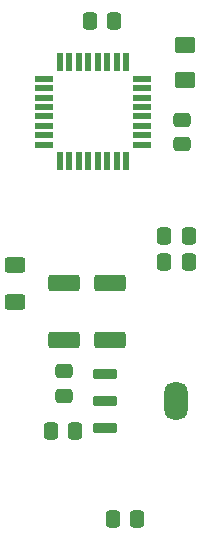
<source format=gbr>
%TF.GenerationSoftware,KiCad,Pcbnew,8.0.3-1.fc40*%
%TF.CreationDate,2024-06-24T14:15:41-04:00*%
%TF.ProjectId,OS42Micro,4f533432-4d69-4637-926f-2e6b69636164,rev?*%
%TF.SameCoordinates,Original*%
%TF.FileFunction,Paste,Bot*%
%TF.FilePolarity,Positive*%
%FSLAX46Y46*%
G04 Gerber Fmt 4.6, Leading zero omitted, Abs format (unit mm)*
G04 Created by KiCad (PCBNEW 8.0.3-1.fc40) date 2024-06-24 14:15:41*
%MOMM*%
%LPD*%
G01*
G04 APERTURE LIST*
G04 Aperture macros list*
%AMRoundRect*
0 Rectangle with rounded corners*
0 $1 Rounding radius*
0 $2 $3 $4 $5 $6 $7 $8 $9 X,Y pos of 4 corners*
0 Add a 4 corners polygon primitive as box body*
4,1,4,$2,$3,$4,$5,$6,$7,$8,$9,$2,$3,0*
0 Add four circle primitives for the rounded corners*
1,1,$1+$1,$2,$3*
1,1,$1+$1,$4,$5*
1,1,$1+$1,$6,$7*
1,1,$1+$1,$8,$9*
0 Add four rect primitives between the rounded corners*
20,1,$1+$1,$2,$3,$4,$5,0*
20,1,$1+$1,$4,$5,$6,$7,0*
20,1,$1+$1,$6,$7,$8,$9,0*
20,1,$1+$1,$8,$9,$2,$3,0*%
G04 Aperture macros list end*
%ADD10RoundRect,0.250000X0.337500X0.475000X-0.337500X0.475000X-0.337500X-0.475000X0.337500X-0.475000X0*%
%ADD11RoundRect,0.250000X-0.475000X0.337500X-0.475000X-0.337500X0.475000X-0.337500X0.475000X0.337500X0*%
%ADD12RoundRect,0.250000X0.625000X-0.400000X0.625000X0.400000X-0.625000X0.400000X-0.625000X-0.400000X0*%
%ADD13RoundRect,0.250001X0.624999X-0.462499X0.624999X0.462499X-0.624999X0.462499X-0.624999X-0.462499X0*%
%ADD14RoundRect,0.097900X-0.887100X-0.347100X0.887100X-0.347100X0.887100X0.347100X-0.887100X0.347100X0*%
%ADD15RoundRect,0.788000X-0.197000X-0.807000X0.197000X-0.807000X0.197000X0.807000X-0.197000X0.807000X0*%
%ADD16RoundRect,0.249999X1.075001X-0.450001X1.075001X0.450001X-1.075001X0.450001X-1.075001X-0.450001X0*%
%ADD17RoundRect,0.068750X-0.206250X0.666250X-0.206250X-0.666250X0.206250X-0.666250X0.206250X0.666250X0*%
%ADD18RoundRect,0.068750X-0.666250X0.206250X-0.666250X-0.206250X0.666250X-0.206250X0.666250X0.206250X0*%
%ADD19RoundRect,0.249999X-1.075001X0.450001X-1.075001X-0.450001X1.075001X-0.450001X1.075001X0.450001X0*%
G04 APERTURE END LIST*
D10*
%TO.C,C7*%
X145787500Y-105350000D03*
X143712500Y-105350000D03*
%TD*%
D11*
%TO.C,C2*%
X141500000Y-134962500D03*
X141500000Y-137037500D03*
%TD*%
D12*
%TO.C,R4*%
X137400000Y-129100000D03*
X137400000Y-126000000D03*
%TD*%
D11*
%TO.C,C6*%
X151550000Y-113662500D03*
X151550000Y-115737500D03*
%TD*%
D13*
%TO.C,D1*%
X151800000Y-110287500D03*
X151800000Y-107312500D03*
%TD*%
D14*
%TO.C,U3*%
X144975000Y-139800000D03*
X144975000Y-137500000D03*
X144975000Y-135200000D03*
D15*
X151025000Y-137500000D03*
%TD*%
D16*
%TO.C,R1*%
X141500000Y-132300000D03*
X141500000Y-127500000D03*
%TD*%
D10*
%TO.C,C4*%
X152087500Y-125750000D03*
X150012500Y-125750000D03*
%TD*%
D17*
%TO.C,U4*%
X141200000Y-108830000D03*
X142000000Y-108830000D03*
X142800000Y-108830000D03*
X143600000Y-108830000D03*
X144400000Y-108830000D03*
X145200000Y-108830000D03*
X146000000Y-108830000D03*
X146800000Y-108830000D03*
D18*
X148170000Y-110200000D03*
X148170000Y-111000000D03*
X148170000Y-111800000D03*
X148170000Y-112600000D03*
X148170000Y-113400000D03*
X148170000Y-114200000D03*
X148170000Y-115000000D03*
X148170000Y-115800000D03*
D17*
X146800000Y-117170000D03*
X146000000Y-117170000D03*
X145200000Y-117170000D03*
X144400000Y-117170000D03*
X143600000Y-117170000D03*
X142800000Y-117170000D03*
X142000000Y-117170000D03*
X141200000Y-117170000D03*
D18*
X139830000Y-115800000D03*
X139830000Y-115000000D03*
X139830000Y-114200000D03*
X139830000Y-113400000D03*
X139830000Y-112600000D03*
X139830000Y-111800000D03*
X139830000Y-111000000D03*
X139830000Y-110200000D03*
%TD*%
D10*
%TO.C,C5*%
X147737500Y-147450000D03*
X145662500Y-147450000D03*
%TD*%
%TO.C,C1*%
X142500000Y-140000000D03*
X140425000Y-140000000D03*
%TD*%
D19*
%TO.C,R2*%
X145400000Y-127500000D03*
X145400000Y-132300000D03*
%TD*%
D10*
%TO.C,C3*%
X152087500Y-123500000D03*
X150012500Y-123500000D03*
%TD*%
M02*

</source>
